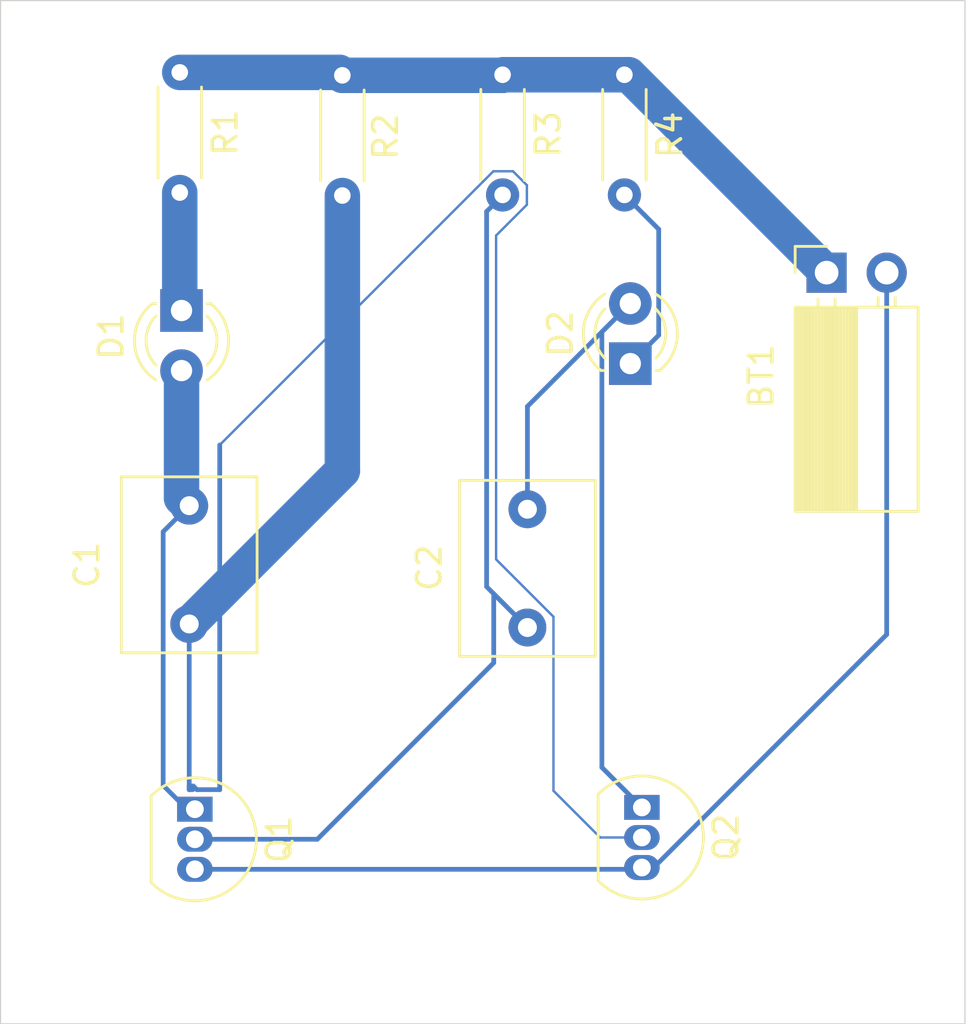
<source format=kicad_pcb>
(kicad_pcb (version 20241229) (generator "pcbnew") (generator_version "9.0")
  (layers (0 "F.Cu" signal) (2 "B.Cu" signal) (13 "F.Paste" user) (15 "B.Paste" user) (5 "F.SilkS" user "F.Silkscreen") (7 "B.SilkS" user "B.Silkscreen") (1 "F.Mask" user) (3 "B.Mask" user) (25 "Edge.Cuts" user))
  (net 0 "")
  (net 1 "Net-(D2-A)")
  (net 2 "Net-(Q1-B)")
  (net 3 "Net-(BT1--)")
  (net 4 "Net-(BT1-+)")
  (net 5 "Net-(D1-A)")
  (net 6 "Net-(Q2-B)")
  (net 7 "Net-(D1-K)")
  (net 8 "Net-(D2-K)")
  (footprint "Package_TO_SOT_THT:TO-92_Inline" (layer "F.Cu") (at 144.265 84.305 -90)
    (property "Reference" "Q2" (at 1.27 -3.56 90) (layer "F.SilkS"))
    (property "Value" "BC547")
    (fp_line (start -0.53 1.85) (end 3.07 1.85) (stroke (width 0.12)) (layer "F.SilkS"))
    (fp_arc (start -0.568478 1.838478) (mid -1.132087 -0.994977) (end 1.27 -2.6) (stroke (width 0.12)) (layer "F.SilkS"))
    (fp_arc (start 1.27 -2.6) (mid 3.672087 -0.994977) (end 3.108478 1.838478) (stroke (width 0.12)) (layer "F.SilkS"))
    (pad "1" thru_hole rect (at 0 0 270) (size 1.05 1.5) (drill 0.75) (layers "*.Cu" "*.Mask") (net 1 "Net-(D2-A)"))
    (pad "2" thru_hole oval (at 1.27 0 270) (size 1.05 1.5) (drill 0.75) (layers "*.Cu" "*.Mask") (net 6 "Net-(Q2-B)"))
    (pad "3" thru_hole oval (at 2.54 0 270) (size 1.05 1.5) (drill 0.75) (layers "*.Cu" "*.Mask") (net 3 "Net-(BT1--)"))
  )
  (footprint "LED_THT:LED_D3.0mm" (layer "F.Cu") (at 143.775 65.545 90)
    (property "Reference" "D2" (at 1.27 -2.96 90) (layer "F.SilkS"))
    (property "Value" "LED")
    (fp_line (start -0.29 -1.236) (end -0.29 -1.08) (stroke (width 0.12)) (layer "F.SilkS"))
    (fp_line (start -0.29 1.08) (end -0.29 1.236) (stroke (width 0.12)) (layer "F.SilkS"))
    (fp_arc (start -0.29 -1.235516) (mid 1.36566 -1.987699) (end 2.941437 -1.08) (stroke (width 0.12)) (layer "F.SilkS"))
    (fp_arc (start 0.229039 -1.08) (mid 1.27 -1.5) (end 2.310961 -1.08) (stroke (width 0.12)) (layer "F.SilkS"))
    (fp_arc (start 2.941437 1.08) (mid 1.36566 1.987699) (end -0.29 1.235516) (stroke (width 0.12)) (layer "F.SilkS"))
    (fp_arc (start 2.310961 1.08) (mid 1.27 1.5) (end 0.229039 1.08) (stroke (width 0.12)) (layer "F.SilkS"))
    (pad "1" thru_hole rect (at 0 0 90) (size 1.8 1.8) (drill 0.9) (layers "*.Cu" "*.Mask") (net 8 "Net-(D2-K)"))
    (pad "2" thru_hole circle (at 2.54 0 90) (size 1.8 1.8) (drill 0.9) (layers "*.Cu" "*.Mask") (net 1 "Net-(D2-A)"))
  )
  (footprint "Connector_PinSocket_2.54mm:PinSocket_1x02_P2.54mm_Horizontal" (layer "F.Cu") (at 152.075 61.7 90)
    (property "Reference" "BT1" (at -4.38 -2.77 90) (layer "F.SilkS"))
    (property "Value" "9v")
    (fp_line (start 1.11 -1.33) (end 1.11 0) (stroke (width 0.12)) (layer "F.SilkS"))
    (fp_line (start 0 -1.33) (end 1.11 -1.33) (stroke (width 0.12)) (layer "F.SilkS"))
    (fp_line (start -1.46 -1.33) (end -1.46 3.87) (stroke (width 0.12)) (layer "F.SilkS"))
    (fp_line (start -10.09 -1.33) (end -1.46 -1.33) (stroke (width 0.12)) (layer "F.SilkS"))
    (fp_line (start -10.09 -1.33) (end -10.09 3.87) (stroke (width 0.12)) (layer "F.SilkS"))
    (fp_line (start -10.09 -1.21) (end -1.46 -1.21) (stroke (width 0.12)) (layer "F.SilkS"))
    (fp_line (start -10.09 -1.091905) (end -1.46 -1.091905) (stroke (width 0.12)) (layer "F.SilkS"))
    (fp_line (start -10.09 -0.97381) (end -1.46 -0.97381) (stroke (width 0.12)) (layer "F.SilkS"))
    (fp_line (start -10.09 -0.855715) (end -1.46 -0.855715) (stroke (width 0.12)) (layer "F.SilkS"))
    (fp_line (start -10.09 -0.73762) (end -1.46 -0.73762) (stroke (width 0.12)) (layer "F.SilkS"))
    (fp_line (start -10.09 -0.619525) (end -1.46 -0.619525) (stroke (width 0.12)) (layer "F.SilkS"))
    (fp_line (start -10.09 -0.50143) (end -1.46 -0.50143) (stroke (width 0.12)) (layer "F.SilkS"))
    (fp_line (start -10.09 -0.383335) (end -1.46 -0.383335) (stroke (width 0.12)) (layer "F.SilkS"))
    (fp_line (start -1.46 -0.36) (end -1.11 -0.36) (stroke (width 0.12)) (layer "F.SilkS"))
    (fp_line (start -10.09 -0.26524) (end -1.46 -0.26524) (stroke (width 0.12)) (layer "F.SilkS"))
    (fp_line (start -10.09 -0.147145) (end -1.46 -0.147145) (stroke (width 0.12)) (layer "F.SilkS"))
    (fp_line (start -10.09 -0.02905) (end -1.46 -0.02905) (stroke (width 0.12)) (layer "F.SilkS"))
    (fp_line (start -10.09 0.089045) (end -1.46 0.089045) (stroke (width 0.12)) (layer "F.SilkS"))
    (fp_line (start -10.09 0.20714) (end -1.46 0.20714) (stroke (width 0.12)) (layer "F.SilkS"))
    (fp_line (start -10.09 0.325235) (end -1.46 0.325235) (stroke (width 0.12)) (layer "F.SilkS"))
    (fp_line (start -1.46 0.36) (end -1.11 0.36) (stroke (width 0.12)) (layer "F.SilkS"))
    (fp_line (start -10.09 0.44333) (end -1.46 0.44333) (stroke (width 0.12)) (layer "F.SilkS"))
    (fp_line (start -10.09 0.561425) (end -1.46 0.561425) (stroke (width 0.12)) (layer "F.SilkS"))
    (fp_line (start -10.09 0.67952) (end -1.46 0.67952) (stroke (width 0.12)) (layer "F.SilkS"))
    (fp_line (start -10.09 0.797615) (end -1.46 0.797615) (stroke (width 0.12)) (layer "F.SilkS"))
    (fp_line (start -10.09 0.91571) (end -1.46 0.91571) (stroke (width 0.12)) (layer "F.SilkS"))
    (fp_line (start -10.09 1.033805) (end -1.46 1.033805) (stroke (width 0.12)) (layer "F.SilkS"))
    (fp_line (start -10.09 1.1519) (end -1.46 1.1519) (stroke (width 0.12)) (layer "F.SilkS"))
    (fp_line (start -10.09 1.27) (end -1.46 1.27) (stroke (width 0.12)) (layer "F.SilkS"))
    (fp_line (start -1.46 2.18) (end -1.05 2.18) (stroke (width 0.12)) (layer "F.SilkS"))
    (fp_line (start -1.46 2.9) (end -1.05 2.9) (stroke (width 0.12)) (layer "F.SilkS"))
    (fp_line (start -10.09 3.87) (end -1.46 3.87) (stroke (width 0.12)) (layer "F.SilkS"))
    (pad "1" thru_hole rect (at 0 0 90) (size 1.7 1.7) (drill 1) (layers "*.Cu" "*.Mask") (net 4 "Net-(BT1-+)"))
    (pad "2" thru_hole circle (at 0 2.54 90) (size 1.7 1.7) (drill 1) (layers "*.Cu" "*.Mask") (net 3 "Net-(BT1--)"))
  )
  (footprint "Resistor_THT:R_Axial_DIN0204_L3.6mm_D1.6mm_P5.08mm_Horizontal" (layer "F.Cu") (at 131.6 53.36 -90)
    (property "Reference" "R3" (at 2.49 -8.7 90) (layer "F.SilkS"))
    (property "Value" "10k")
    (fp_line (start 0.62 0.92) (end 4.46 0.92) (stroke (width 0.12)) (layer "F.SilkS"))
    (fp_line (start 0.62 -0.92) (end 4.46 -0.92) (stroke (width 0.12)) (layer "F.SilkS"))
    (pad "1" thru_hole circle (at 0 0 270) (size 1.4 1.4) (drill 0.7) (layers "*.Cu" "*.Mask") (net 4 "Net-(BT1-+)"))
    (pad "2" thru_hole circle (at 5.08 0 270) (size 1.4 1.4) (drill 0.7) (layers "*.Cu" "*.Mask") (net 6 "Net-(Q2-B)"))
  )
  (footprint "Package_TO_SOT_THT:TO-92_Inline" (layer "F.Cu") (at 125.365 84.38 -90)
    (property "Reference" "Q1" (at 1.27 -3.56 90) (layer "F.SilkS"))
    (property "Value" "BC547")
    (fp_line (start -0.53 1.85) (end 3.07 1.85) (stroke (width 0.12)) (layer "F.SilkS"))
    (fp_arc (start -0.568478 1.838478) (mid -1.132087 -0.994977) (end 1.27 -2.6) (stroke (width 0.12)) (layer "F.SilkS"))
    (fp_arc (start 1.27 -2.6) (mid 3.672087 -0.994977) (end 3.108478 1.838478) (stroke (width 0.12)) (layer "F.SilkS"))
    (pad "1" thru_hole rect (at 0 0 270) (size 1.05 1.5) (drill 0.75) (layers "*.Cu" "*.Mask") (net 5 "Net-(D1-A)"))
    (pad "2" thru_hole oval (at 1.27 0 270) (size 1.05 1.5) (drill 0.75) (layers "*.Cu" "*.Mask") (net 2 "Net-(Q1-B)"))
    (pad "3" thru_hole oval (at 2.54 0 270) (size 1.05 1.5) (drill 0.75) (layers "*.Cu" "*.Mask") (net 3 "Net-(BT1--)"))
  )
  (footprint "Resistor_THT:R_Axial_DIN0204_L3.6mm_D1.6mm_P5.08mm_Horizontal" (layer "F.Cu") (at 138.375 53.335 -90)
    (property "Reference" "R2" (at 2.615 4.95 90) (layer "F.SilkS"))
    (property "Value" "10k")
    (fp_line (start 0.62 0.92) (end 4.46 0.92) (stroke (width 0.12)) (layer "F.SilkS"))
    (fp_line (start 0.62 -0.92) (end 4.46 -0.92) (stroke (width 0.12)) (layer "F.SilkS"))
    (pad "1" thru_hole circle (at 0 0 270) (size 1.4 1.4) (drill 0.7) (layers "*.Cu" "*.Mask") (net 4 "Net-(BT1-+)"))
    (pad "2" thru_hole circle (at 5.08 0 270) (size 1.4 1.4) (drill 0.7) (layers "*.Cu" "*.Mask") (net 2 "Net-(Q1-B)"))
  )
  (footprint "Resistor_THT:R_Axial_DIN0204_L3.6mm_D1.6mm_P5.08mm_Horizontal" (layer "F.Cu") (at 124.725 53.235 -90)
    (property "Reference" "R1" (at 2.54 -1.92 90) (layer "F.SilkS"))
    (property "Value" "470")
    (fp_line (start 0.62 0.92) (end 4.46 0.92) (stroke (width 0.12)) (layer "F.SilkS"))
    (fp_line (start 0.62 -0.92) (end 4.46 -0.92) (stroke (width 0.12)) (layer "F.SilkS"))
    (pad "1" thru_hole circle (at 0 0 270) (size 1.4 1.4) (drill 0.7) (layers "*.Cu" "*.Mask") (net 4 "Net-(BT1-+)"))
    (pad "2" thru_hole circle (at 5.08 0 270) (size 1.4 1.4) (drill 0.7) (layers "*.Cu" "*.Mask") (net 7 "Net-(D1-K)"))
  )
  (footprint "Capacitor_THT:C_Rect_L7.2mm_W5.5mm_P5.00mm_FKS2_FKP2_MKS2_MKP2" (layer "F.Cu") (at 125.125 71.55 -90)
    (property "Reference" "C1" (at 2.5 4.325 90) (layer "F.SilkS"))
    (property "Value" "100u")
    (fp_line (start -1.22 2.87) (end 6.22 2.87) (stroke (width 0.12)) (layer "F.SilkS"))
    (fp_line (start -1.22 -2.87) (end -1.22 2.87) (stroke (width 0.12)) (layer "F.SilkS"))
    (fp_line (start -1.22 -2.87) (end 6.22 -2.87) (stroke (width 0.12)) (layer "F.SilkS"))
    (fp_line (start 6.22 -2.87) (end 6.22 2.87) (stroke (width 0.12)) (layer "F.SilkS"))
    (pad "1" thru_hole circle (at 0 0 270) (size 1.6 1.6) (drill 0.8) (layers "*.Cu" "*.Mask") (net 5 "Net-(D1-A)"))
    (pad "2" thru_hole circle (at 5 0 270) (size 1.6 1.6) (drill 0.8) (layers "*.Cu" "*.Mask") (net 6 "Net-(Q2-B)"))
  )
  (footprint "LED_THT:LED_D3.0mm" (layer "F.Cu") (at 124.8 63.3 -90)
    (property "Reference" "D1" (at 1.1 2.975 90) (layer "F.SilkS"))
    (property "Value" "LED")
    (fp_line (start -0.29 1.08) (end -0.29 1.236) (stroke (width 0.12)) (layer "F.SilkS"))
    (fp_line (start -0.29 -1.236) (end -0.29 -1.08) (stroke (width 0.12)) (layer "F.SilkS"))
    (fp_arc (start 2.310961 1.08) (mid 1.27 1.5) (end 0.229039 1.08) (stroke (width 0.12)) (layer "F.SilkS"))
    (fp_arc (start 2.941437 1.08) (mid 1.36566 1.987699) (end -0.29 1.235516) (stroke (width 0.12)) (layer "F.SilkS"))
    (fp_arc (start 0.229039 -1.08) (mid 1.27 -1.5) (end 2.310961 -1.08) (stroke (width 0.12)) (layer "F.SilkS"))
    (fp_arc (start -0.29 -1.235516) (mid 1.36566 -1.987699) (end 2.941437 -1.08) (stroke (width 0.12)) (layer "F.SilkS"))
    (pad "1" thru_hole rect (at 0 0 270) (size 1.8 1.8) (drill 0.9) (layers "*.Cu" "*.Mask") (net 7 "Net-(D1-K)"))
    (pad "2" thru_hole circle (at 2.54 0 270) (size 1.8 1.8) (drill 0.9) (layers "*.Cu" "*.Mask") (net 5 "Net-(D1-A)"))
  )
  (footprint "Capacitor_THT:C_Rect_L7.2mm_W5.5mm_P5.00mm_FKS2_FKP2_MKS2_MKP2" (layer "F.Cu") (at 139.425 71.7 -90)
    (property "Reference" "C2" (at 2.475 4.15 90) (layer "F.SilkS"))
    (property "Value" "100u")
    (fp_line (start -1.22 2.87) (end 6.22 2.87) (stroke (width 0.12)) (layer "F.SilkS"))
    (fp_line (start -1.22 -2.87) (end -1.22 2.87) (stroke (width 0.12)) (layer "F.SilkS"))
    (fp_line (start -1.22 -2.87) (end 6.22 -2.87) (stroke (width 0.12)) (layer "F.SilkS"))
    (fp_line (start 6.22 -2.87) (end 6.22 2.87) (stroke (width 0.12)) (layer "F.SilkS"))
    (pad "1" thru_hole circle (at 0 0 270) (size 1.6 1.6) (drill 0.8) (layers "*.Cu" "*.Mask") (net 1 "Net-(D2-A)"))
    (pad "2" thru_hole circle (at 5 0 270) (size 1.6 1.6) (drill 0.8) (layers "*.Cu" "*.Mask") (net 2 "Net-(Q1-B)"))
  )
  (footprint "Resistor_THT:R_Axial_DIN0204_L3.6mm_D1.6mm_P5.08mm_Horizontal" (layer "F.Cu") (at 143.525 53.335 -90)
    (property "Reference" "R4" (at 2.54 -1.92 90) (layer "F.SilkS"))
    (property "Value" "470")
    (fp_line (start 0.62 0.92) (end 4.46 0.92) (stroke (width 0.12)) (layer "F.SilkS"))
    (fp_line (start 0.62 -0.92) (end 4.46 -0.92) (stroke (width 0.12)) (layer "F.SilkS"))
    (pad "1" thru_hole circle (at 0 0 270) (size 1.4 1.4) (drill 0.7) (layers "*.Cu" "*.Mask") (net 4 "Net-(BT1-+)"))
    (pad "2" thru_hole circle (at 5.08 0 270) (size 1.4 1.4) (drill 0.7) (layers "*.Cu" "*.Mask") (net 8 "Net-(D2-K)"))
  )
  (gr_line (start 157.925 51.65) (end 157.925 50.2) (stroke (width 0.05)) (layer "Edge.Cuts"))
  (gr_line (start 117.15 93.45) (end 157.925 93.45) (stroke (width 0.05)) (layer "Edge.Cuts"))
  (gr_line (start 117.15 50.2) (end 157.925 50.2) (stroke (width 0.05)) (layer "Edge.Cuts"))
  (gr_line (start 117.15 50.2) (end 117.15 93.45) (stroke (width 0.05)) (layer "Edge.Cuts"))
  (gr_line (start 157.925 93.45) (end 157.925 51.65) (stroke (width 0.05)) (layer "Edge.Cuts"))
  (segment (start 143.775 63.005) (end 142.574 64.206) (width 0.2) (layer "B.Cu") (net 1))
  (segment (start 142.574 64.206) (end 142.574 82.614) (width 0.2) (layer "B.Cu") (net 1))
  (segment (start 139.425 67.355) (end 139.425 71.7) (width 0.2) (layer "B.Cu") (net 1))
  (segment (start 142.574 82.614) (end 144.265 84.305) (width 0.2) (layer "B.Cu") (net 1))
  (segment (start 143.775 63.005) (end 139.425 67.355) (width 0.2) (layer "B.Cu") (net 1))
  (segment (start 138 78.1921) (end 138 75.275) (width 0.2) (layer "B.Cu") (net 2))
  (segment (start 138 75.275) (end 139.425 76.7) (width 0.2) (layer "B.Cu") (net 2))
  (segment (start 137.7 59.115) (end 137.7 74.975) (width 0.2) (layer "B.Cu") (net 2))
  (segment (start 138.4 58.415) (end 137.7 59.115) (width 0.2) (layer "B.Cu") (net 2))
  (segment (start 130.5421 85.65) (end 138 78.1921) (width 0.2) (layer "B.Cu") (net 2))
  (segment (start 125.365 85.65) (end 130.5421 85.65) (width 0.2) (layer "B.Cu") (net 2))
  (segment (start 137.7 74.975) (end 139.425 76.7) (width 0.2) (layer "B.Cu") (net 2))
  (segment (start 154.615 76.995) (end 144.765 86.845) (width 0.2) (layer "B.Cu") (net 3))
  (segment (start 154.615 61.7) (end 154.615 76.995) (width 0.2) (layer "B.Cu") (net 3))
  (segment (start 144.19 86.92) (end 144.265 86.845) (width 0.2) (layer "B.Cu") (net 3))
  (segment (start 144.765 86.845) (end 144.265 86.845) (width 0.2) (layer "B.Cu") (net 3))
  (segment (start 125.365 86.92) (end 144.19 86.92) (width 0.2) (layer "B.Cu") (net 3))
  (segment (start 131.475 53.235) (end 131.6 53.36) (width 1.5) (layer "B.Cu") (net 4))
  (segment (start 138.4 53.335) (end 143.525 53.335) (width 1.5) (layer "B.Cu") (net 4))
  (segment (start 138.375 53.36) (end 138.4 53.335) (width 1.5) (layer "B.Cu") (net 4))
  (segment (start 131.6 53.36) (end 138.375 53.36) (width 1.5) (layer "B.Cu") (net 4))
  (segment (start 143.71 53.335) (end 152.075 61.7) (width 1.5) (layer "B.Cu") (net 4))
  (segment (start 143.525 53.335) (end 143.71 53.335) (width 1.5) (layer "B.Cu") (net 4))
  (segment (start 124.725 53.235) (end 131.475 53.235) (width 1.5) (layer "B.Cu") (net 4))
  (segment (start 124.8 71.225) (end 125.125 71.55) (width 1.5) (layer "B.Cu") (net 5))
  (segment (start 125.365 84.38) (end 125.225 84.52) (width 0.2) (layer "B.Cu") (net 5))
  (segment (start 125.225 84.52) (end 125.225 84.575) (width 0.2) (layer "B.Cu") (net 5))
  (segment (start 125.225 84.575) (end 124.024 83.374) (width 0.2) (layer "B.Cu") (net 5))
  (segment (start 124.024 83.374) (end 124.024 72.651) (width 0.2) (layer "B.Cu") (net 5))
  (segment (start 124.024 72.651) (end 125.125 71.55) (width 0.2) (layer "B.Cu") (net 5))
  (segment (start 124.8 65.84) (end 124.8 71.225) (width 1.5) (layer "B.Cu") (net 5))
  (segment (start 125.296 83.4) (end 125.125 83.4) (width 0.2) (layer "B.Cu") (net 6))
  (segment (start 125.125 83.554) (end 125.275 83.554) (width 0.2) (layer "B.Cu") (net 6))
  (segment (start 125.125 76.55) (end 125.125 83.554) (width 0.2) (layer "B.Cu") (net 6))
  (segment (start 138.101 60.129628) (end 139.401 58.829628) (width 0.1) (layer "B.Cu") (net 6))
  (segment (start 126.416 68.983372) (end 126.416 83.554) (width 0.2) (layer "B.Cu") (net 6))
  (segment (start 144.265 85.575) (end 142.5 85.575) (width 0.1) (layer "B.Cu") (net 6))
  (segment (start 138.814628 57.414) (end 137.985372 57.414) (width 0.1) (layer "B.Cu") (net 6))
  (segment (start 125.45 83.554) (end 125.296 83.4) (width 0.2) (layer "B.Cu") (net 6))
  (segment (start 142.5 85.575) (end 140.526 83.601) (width 0.1) (layer "B.Cu") (net 6))
  (segment (start 139.401 58.000372) (end 138.814628 57.414) (width 0.1) (layer "B.Cu") (net 6))
  (segment (start 140.526 83.601) (end 140.526 76.24395) (width 0.1) (layer "B.Cu") (net 6))
  (segment (start 137.985372 57.414) (end 126.416 68.983372) (width 0.1) (layer "B.Cu") (net 6))
  (segment (start 140.526 76.24395) (end 138.101 73.81895) (width 0.1) (layer "B.Cu") (net 6))
  (segment (start 131.6 70.075) (end 125.125 76.55) (width 1.5) (layer "B.Cu") (net 6))
  (segment (start 138.101 73.81895) (end 138.101 60.129628) (width 0.1) (layer "B.Cu") (net 6))
  (segment (start 131.6 58.44) (end 131.6 70.075) (width 1.5) (layer "B.Cu") (net 6))
  (segment (start 139.401 58.829628) (end 139.401 58.000372) (width 0.1) (layer "B.Cu") (net 6))
  (segment (start 126.416 83.554) (end 125.45 83.554) (width 0.2) (layer "B.Cu") (net 6))
  (segment (start 125.125 83.4) (end 125.125 83.554) (width 0.2) (layer "B.Cu") (net 6))
  (segment (start 124.725 58.315) (end 124.725 63.225) (width 1.5) (layer "B.Cu") (net 7))
  (segment (start 124.725 63.225) (end 124.8 63.3) (width 1.5) (layer "B.Cu") (net 7))
  (segment (start 144.976 59.866) (end 144.976 64.344) (width 0.2) (layer "B.Cu") (net 8))
  (segment (start 144.976 64.344) (end 143.775 65.545) (width 0.2) (layer "B.Cu") (net 8))
  (segment (start 143.525 58.415) (end 144.976 59.866) (width 0.2) (layer "B.Cu") (net 8))
)
</source>
